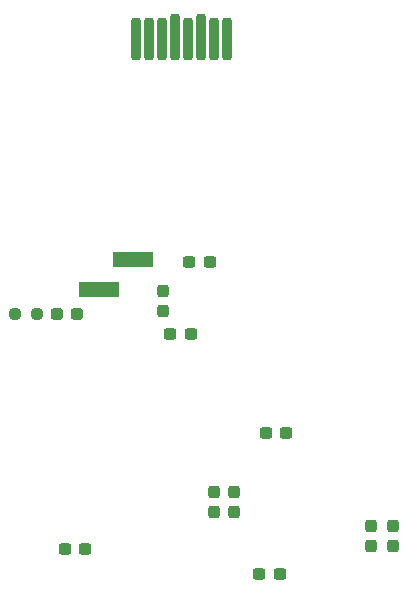
<source format=gbr>
%TF.GenerationSoftware,KiCad,Pcbnew,9.0.2*%
%TF.CreationDate,2025-06-22T16:31:42+02:00*%
%TF.ProjectId,Board,426f6172-642e-46b6-9963-61645f706362,rev?*%
%TF.SameCoordinates,Original*%
%TF.FileFunction,Paste,Top*%
%TF.FilePolarity,Positive*%
%FSLAX46Y46*%
G04 Gerber Fmt 4.6, Leading zero omitted, Abs format (unit mm)*
G04 Created by KiCad (PCBNEW 9.0.2) date 2025-06-22 16:31:42*
%MOMM*%
%LPD*%
G01*
G04 APERTURE LIST*
G04 Aperture macros list*
%AMRoundRect*
0 Rectangle with rounded corners*
0 $1 Rounding radius*
0 $2 $3 $4 $5 $6 $7 $8 $9 X,Y pos of 4 corners*
0 Add a 4 corners polygon primitive as box body*
4,1,4,$2,$3,$4,$5,$6,$7,$8,$9,$2,$3,0*
0 Add four circle primitives for the rounded corners*
1,1,$1+$1,$2,$3*
1,1,$1+$1,$4,$5*
1,1,$1+$1,$6,$7*
1,1,$1+$1,$8,$9*
0 Add four rect primitives between the rounded corners*
20,1,$1+$1,$2,$3,$4,$5,0*
20,1,$1+$1,$4,$5,$6,$7,0*
20,1,$1+$1,$6,$7,$8,$9,0*
20,1,$1+$1,$8,$9,$2,$3,0*%
%AMFreePoly0*
4,1,5,0.635001,-1.715011,-0.635001,-1.715011,-0.635001,1.715011,0.635001,1.715011,0.635001,-1.715011,0.635001,-1.715011,$1*%
G04 Aperture macros list end*
%ADD10RoundRect,0.237500X-0.237500X0.300000X-0.237500X-0.300000X0.237500X-0.300000X0.237500X0.300000X0*%
%ADD11RoundRect,0.237500X0.300000X0.237500X-0.300000X0.237500X-0.300000X-0.237500X0.300000X-0.237500X0*%
%ADD12RoundRect,0.237500X0.237500X-0.300000X0.237500X0.300000X-0.237500X0.300000X-0.237500X-0.300000X0*%
%ADD13RoundRect,0.200000X-0.200000X-1.600000X0.200000X-1.600000X0.200000X1.600000X-0.200000X1.600000X0*%
%ADD14RoundRect,0.200000X-0.200000X-1.750000X0.200000X-1.750000X0.200000X1.750000X-0.200000X1.750000X0*%
%ADD15FreePoly0,270.000000*%
%ADD16RoundRect,0.237500X-0.287500X-0.237500X0.287500X-0.237500X0.287500X0.237500X-0.287500X0.237500X0*%
%ADD17RoundRect,0.237500X0.250000X0.237500X-0.250000X0.237500X-0.250000X-0.237500X0.250000X-0.237500X0*%
%ADD18RoundRect,0.237500X-0.300000X-0.237500X0.300000X-0.237500X0.300000X0.237500X-0.300000X0.237500X0*%
G04 APERTURE END LIST*
D10*
%TO.C,C5*%
X105200000Y-89437525D03*
X105200000Y-91162525D03*
%TD*%
D11*
%TO.C,C8*%
X88062500Y-73200000D03*
X86337500Y-73200000D03*
%TD*%
D10*
%TO.C,C3*%
X90000000Y-86577525D03*
X90000000Y-88302525D03*
%TD*%
D11*
%TO.C,C10*%
X79112500Y-91400000D03*
X77387500Y-91400000D03*
%TD*%
%TO.C,C2*%
X89662500Y-67100000D03*
X87937500Y-67100000D03*
%TD*%
D12*
%TO.C,C1*%
X91700000Y-88302525D03*
X91700000Y-86577525D03*
%TD*%
D13*
%TO.C,J1*%
X83400000Y-48210414D03*
X84500000Y-48210414D03*
X85600000Y-48210414D03*
D14*
X86700000Y-48060414D03*
D13*
X87800000Y-48210414D03*
D14*
X88900000Y-48060414D03*
D13*
X90000000Y-48210414D03*
X91100000Y-48210414D03*
%TD*%
D15*
%TO.C,J2*%
X83209995Y-66979997D03*
X80290005Y-69520003D03*
%TD*%
D16*
%TO.C,U5*%
X76725000Y-71500000D03*
X78475000Y-71500000D03*
%TD*%
D10*
%TO.C,C9*%
X85700000Y-69537500D03*
X85700000Y-71262500D03*
%TD*%
D12*
%TO.C,C4*%
X103300000Y-91162525D03*
X103300000Y-89437525D03*
%TD*%
D11*
%TO.C,C6*%
X96162500Y-81550000D03*
X94437500Y-81550000D03*
%TD*%
D17*
%TO.C,R32*%
X75059134Y-71500000D03*
X73234134Y-71500000D03*
%TD*%
D18*
%TO.C,C7*%
X93887500Y-93550000D03*
X95612500Y-93550000D03*
%TD*%
M02*

</source>
